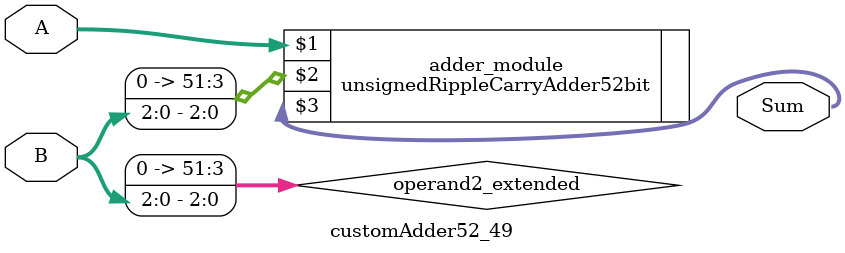
<source format=v>
module customAdder52_49(
                        input [51 : 0] A,
                        input [2 : 0] B,
                        
                        output [52 : 0] Sum
                );

        wire [51 : 0] operand2_extended;
        
        assign operand2_extended =  {49'b0, B};
        
        unsignedRippleCarryAdder52bit adder_module(
            A,
            operand2_extended,
            Sum
        );
        
        endmodule
        
</source>
